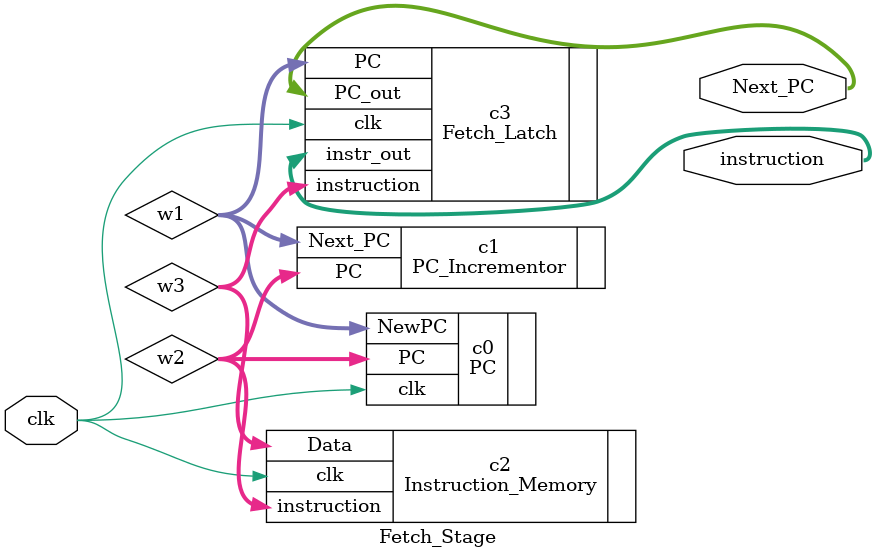
<source format=v>
`timescale 1ns / 1ps
module Fetch_Stage(
	input clk,
	//no input for now
	output [31:0] instruction,
	output [31:0] Next_PC
    );
	 
	 wire [31:0] w1, w2, w3, w4;

	PC c0 (.clk(clk), .NewPC(w1), .PC(w2));
	PC_Incrementor c1 (.PC(w2), .Next_PC(w1));
	Instruction_Memory c2 (.clk(clk), .instruction(w2), .Data(w3));
	Fetch_Latch c3 (.clk(clk), .instruction(w3), .PC(w1), .instr_out(instruction), .PC_out(Next_PC));

endmodule

</source>
